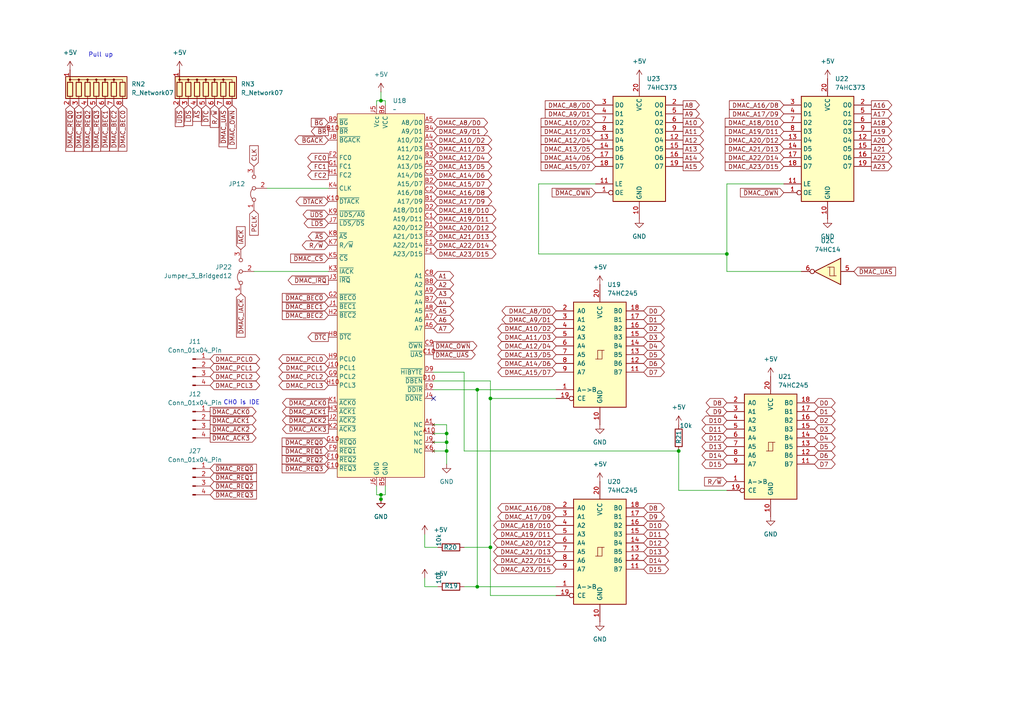
<source format=kicad_sch>
(kicad_sch (version 20250114) (generator "eeschema") (generator_version "9.0")
  (paper "A4")
  (lib_symbols
    (symbol "74xx:74HC14" (pin_names (offset 1.016))
      (property "Reference" "U" (at 0 1.27 0))
      (property "Value" "74HC14" (at 0 -1.27 0))
      (symbol "74HC14_1_0"
        (polyline (pts (xy -3.81 3.81) (xy -3.81 -3.81) (xy 3.81 0) (xy -3.81 3.81)) (stroke (width 0.254)) (fill (type background)))
        (pin input line (at -7.62 0 0) (length 3.81) (name "~") (number "1"))
        (pin output inverted (at 7.62 0 180) (length 3.81) (name "~") (number "2"))
      )
      (symbol "74HC14_1_1"
        (polyline (pts (xy -2.54 -1.27) (xy -0.635 -1.27) (xy -0.635 1.27) (xy 0 1.27)))
        (polyline (pts (xy -1.905 -1.27) (xy -1.905 1.27) (xy -0.635 1.27)))
      )
      (symbol "74HC14_2_0"
        (polyline (pts (xy -3.81 3.81) (xy -3.81 -3.81) (xy 3.81 0) (xy -3.81 3.81)) (stroke (width 0.254)) (fill (type background)))
        (pin input line (at -7.62 0 0) (length 3.81) (name "~") (number "3"))
        (pin output inverted (at 7.62 0 180) (length 3.81) (name "~") (number "4"))
      )
      (symbol "74HC14_2_1"
        (polyline (pts (xy -2.54 -1.27) (xy -0.635 -1.27) (xy -0.635 1.27) (xy 0 1.27)))
        (polyline (pts (xy -1.905 -1.27) (xy -1.905 1.27) (xy -0.635 1.27)))
      )
      (symbol "74HC14_3_0"
        (polyline (pts (xy -3.81 3.81) (xy -3.81 -3.81) (xy 3.81 0) (xy -3.81 3.81)) (stroke (width 0.254)) (fill (type background)))
        (pin input line (at -7.62 0 0) (length 3.81) (name "~") (number "5"))
        (pin output inverted (at 7.62 0 180) (length 3.81) (name "~") (number "6"))
      )
      (symbol "74HC14_3_1"
        (polyline (pts (xy -2.54 -1.27) (xy -0.635 -1.27) (xy -0.635 1.27) (xy 0 1.27)))
        (polyline (pts (xy -1.905 -1.27) (xy -1.905 1.27) (xy -0.635 1.27)))
      )
      (symbol "74HC14_4_0"
        (polyline (pts (xy -3.81 3.81) (xy -3.81 -3.81) (xy 3.81 0) (xy -3.81 3.81)) (stroke (width 0.254)) (fill (type background)))
        (pin input line (at -7.62 0 0) (length 3.81) (name "~") (number "9"))
        (pin output inverted (at 7.62 0 180) (length 3.81) (name "~") (number "8"))
      )
      (symbol "74HC14_4_1"
        (polyline (pts (xy -2.54 -1.27) (xy -0.635 -1.27) (xy -0.635 1.27) (xy 0 1.27)))
        (polyline (pts (xy -1.905 -1.27) (xy -1.905 1.27) (xy -0.635 1.27)))
      )
      (symbol "74HC14_5_0"
        (polyline (pts (xy -3.81 3.81) (xy -3.81 -3.81) (xy 3.81 0) (xy -3.81 3.81)) (stroke (width 0.254)) (fill (type background)))
        (pin input line (at -7.62 0 0) (length 3.81) (name "~") (number "11"))
        (pin output inverted (at 7.62 0 180) (length 3.81) (name "~") (number "10"))
      )
      (symbol "74HC14_5_1"
        (polyline (pts (xy -2.54 -1.27) (xy -0.635 -1.27) (xy -0.635 1.27) (xy 0 1.27)))
        (polyline (pts (xy -1.905 -1.27) (xy -1.905 1.27) (xy -0.635 1.27)))
      )
      (symbol "74HC14_6_0"
        (polyline (pts (xy -3.81 3.81) (xy -3.81 -3.81) (xy 3.81 0) (xy -3.81 3.81)) (stroke (width 0.254)) (fill (type background)))
        (pin input line (at -7.62 0 0) (length 3.81) (name "~") (number "13"))
        (pin output inverted (at 7.62 0 180) (length 3.81) (name "~") (number "12"))
      )
      (symbol "74HC14_6_1"
        (polyline (pts (xy -2.54 -1.27) (xy -0.635 -1.27) (xy -0.635 1.27) (xy 0 1.27)))
        (polyline (pts (xy -1.905 -1.27) (xy -1.905 1.27) (xy -0.635 1.27)))
      )
      (symbol "74HC14_7_0"
        (pin power_in line (at 0 12.7 270) (length 5.08) (name "VCC") (number "14"))
        (pin power_in line (at 0 -12.7 90) (length 5.08) (name "GND") (number "7"))
      )
      (symbol "74HC14_7_1"
        (rectangle (start -5.08 7.62) (end 5.08 -7.62) (stroke (width 0.254)) (fill (type background)))
      )
    )
    (symbol "74xx:74HC245" (pin_names (offset 1.016))
      (property "Reference" "U" (at -7.62 16.51 0))
      (property "Value" "74HC245" (at -7.62 -16.51 0))
      (symbol "74HC245_1_0"
        (polyline (pts (xy -1.27 -1.27) (xy 0.635 -1.27) (xy 0.635 1.27) (xy 1.27 1.27)))
        (polyline (pts (xy -0.635 -1.27) (xy -0.635 1.27) (xy 0.635 1.27)))
        (pin tri_state line (at -12.7 12.7 0) (length 5.08) (name "A0") (number "2"))
        (pin tri_state line (at -12.7 10.16 0) (length 5.08) (name "A1") (number "3"))
        (pin tri_state line (at -12.7 7.62 0) (length 5.08) (name "A2") (number "4"))
        (pin tri_state line (at -12.7 5.08 0) (length 5.08) (name "A3") (number "5"))
        (pin tri_state line (at -12.7 2.54 0) (length 5.08) (name "A4") (number "6"))
        (pin tri_state line (at -12.7 0 0) (length 5.08) (name "A5") (number "7"))
        (pin tri_state line (at -12.7 -2.54 0) (length 5.08) (name "A6") (number "8"))
        (pin tri_state line (at -12.7 -5.08 0) (length 5.08) (name "A7") (number "9"))
        (pin input line (at -12.7 -10.16 0) (length 5.08) (name "A->B") (number "1"))
        (pin input inverted (at -12.7 -12.7 0) (length 5.08) (name "CE") (number "19"))
        (pin power_in line (at 0 20.32 270) (length 5.08) (name "VCC") (number "20"))
        (pin power_in line (at 0 -20.32 90) (length 5.08) (name "GND") (number "10"))
        (pin tri_state line (at 12.7 12.7 180) (length 5.08) (name "B0") (number "18"))
        (pin tri_state line (at 12.7 10.16 180) (length 5.08) (name "B1") (number "17"))
        (pin tri_state line (at 12.7 7.62 180) (length 5.08) (name "B2") (number "16"))
        (pin tri_state line (at 12.7 5.08 180) (length 5.08) (name "B3") (number "15"))
        (pin tri_state line (at 12.7 2.54 180) (length 5.08) (name "B4") (number "14"))
        (pin tri_state line (at 12.7 0 180) (length 5.08) (name "B5") (number "13"))
        (pin tri_state line (at 12.7 -2.54 180) (length 5.08) (name "B6") (number "12"))
        (pin tri_state line (at 12.7 -5.08 180) (length 5.08) (name "B7") (number "11"))
      )
      (symbol "74HC245_1_1"
        (rectangle (start -7.62 15.24) (end 7.62 -15.24) (stroke (width 0.254)) (fill (type background)))
      )
    )
    (symbol "74xx:74HC373"
      (property "Reference" "U" (at -7.62 16.51 0))
      (property "Value" "74HC373" (at -7.62 -16.51 0))
      (symbol "74HC373_1_0"
        (pin input line (at -12.7 12.7 0) (length 5.08) (name "D0") (number "3"))
        (pin input line (at -12.7 10.16 0) (length 5.08) (name "D1") (number "4"))
        (pin input line (at -12.7 7.62 0) (length 5.08) (name "D2") (number "7"))
        (pin input line (at -12.7 5.08 0) (length 5.08) (name "D3") (number "8"))
        (pin input line (at -12.7 2.54 0) (length 5.08) (name "D4") (number "13"))
        (pin input line (at -12.7 0 0) (length 5.08) (name "D5") (number "14"))
        (pin input line (at -12.7 -2.54 0) (length 5.08) (name "D6") (number "17"))
        (pin input line (at -12.7 -5.08 0) (length 5.08) (name "D7") (number "18"))
        (pin input line (at -12.7 -10.16 0) (length 5.08) (name "LE") (number "11"))
        (pin input inverted (at -12.7 -12.7 0) (length 5.08) (name "OE") (number "1"))
        (pin power_in line (at 0 20.32 270) (length 5.08) (name "VCC") (number "20"))
        (pin power_in line (at 0 -20.32 90) (length 5.08) (name "GND") (number "10"))
        (pin tri_state line (at 12.7 12.7 180) (length 5.08) (name "O0") (number "2"))
        (pin tri_state line (at 12.7 10.16 180) (length 5.08) (name "O1") (number "5"))
        (pin tri_state line (at 12.7 7.62 180) (length 5.08) (name "O2") (number "6"))
        (pin tri_state line (at 12.7 5.08 180) (length 5.08) (name "O3") (number "9"))
        (pin tri_state line (at 12.7 2.54 180) (length 5.08) (name "O4") (number "12"))
        (pin tri_state line (at 12.7 0 180) (length 5.08) (name "O5") (number "15"))
        (pin tri_state line (at 12.7 -2.54 180) (length 5.08) (name "O6") (number "16"))
        (pin tri_state line (at 12.7 -5.08 180) (length 5.08) (name "O7") (number "19"))
      )
      (symbol "74HC373_1_1"
        (rectangle (start -7.62 15.24) (end 7.62 -15.24) (stroke (width 0.254)) (fill (type background)))
      )
    )
    (symbol "Connector:Conn_01x04_Pin" (pin_names (offset 1.016) (hide yes))
      (property "Reference" "J" (at 0 5.08 0))
      (property "Value" "Conn_01x04_Pin" (at 0 -7.62 0))
      (symbol "Conn_01x04_Pin_1_1"
        (rectangle (start 0.8636 2.667) (end 0 2.413) (stroke (width 0.1524)) (fill (type outline)))
        (rectangle (start 0.8636 0.127) (end 0 -0.127) (stroke (width 0.1524)) (fill (type outline)))
        (rectangle (start 0.8636 -2.413) (end 0 -2.667) (stroke (width 0.1524)) (fill (type outline)))
        (rectangle (start 0.8636 -4.953) (end 0 -5.207) (stroke (width 0.1524)) (fill (type outline)))
        (polyline (pts (xy 1.27 2.54) (xy 0.8636 2.54)) (stroke (width 0.1524)))
        (polyline (pts (xy 1.27 0) (xy 0.8636 0)) (stroke (width 0.1524)))
        (polyline (pts (xy 1.27 -2.54) (xy 0.8636 -2.54)) (stroke (width 0.1524)))
        (polyline (pts (xy 1.27 -5.08) (xy 0.8636 -5.08)) (stroke (width 0.1524)))
        (pin passive line (at 5.08 2.54 180) (length 3.81) (name "Pin_1") (number "1"))
        (pin passive line (at 5.08 0 180) (length 3.81) (name "Pin_2") (number "2"))
        (pin passive line (at 5.08 -2.54 180) (length 3.81) (name "Pin_3") (number "3"))
        (pin passive line (at 5.08 -5.08 180) (length 3.81) (name "Pin_4") (number "4"))
      )
    )
    (symbol "Device:R" (pin_numbers (hide yes)) (pin_names (offset 0))
      (property "Reference" "R" (at 2.032 0 90))
      (property "Value" "R" (at 0 0 90))
      (symbol "R_0_1"
        (rectangle (start -1.016 -2.54) (end 1.016 2.54) (stroke (width 0.254)))
      )
      (symbol "R_1_1"
        (pin passive line (at 0 3.81 270) (length 1.27) (name "~") (number "1"))
        (pin passive line (at 0 -3.81 90) (length 1.27) (name "~") (number "2"))
      )
    )
    (symbol "Device:R_Network07" (pin_names (offset 0) (hide yes))
      (property "Reference" "RN" (at -10.16 0 90))
      (property "Value" "R_Network07" (at 10.16 0 90))
      (symbol "R_Network07_0_1"
        (rectangle (start -8.89 -3.175) (end 8.89 3.175) (stroke (width 0.254)) (fill (type background)))
        (rectangle (start -8.382 1.524) (end -6.858 -2.54) (stroke (width 0.254)))
        (circle (center -7.62 2.286) (radius 0.254) (fill (type outline)))
        (polyline (pts (xy -7.62 1.524) (xy -7.62 2.286) (xy -5.08 2.286) (xy -5.08 1.524)))
        (polyline (pts (xy -7.62 -2.54) (xy -7.62 -3.81)))
        (rectangle (start -5.842 1.524) (end -4.318 -2.54) (stroke (width 0.254)))
        (circle (center -5.08 2.286) (radius 0.254) (fill (type outline)))
        (polyline (pts (xy -5.08 1.524) (xy -5.08 2.286) (xy -2.54 2.286) (xy -2.54 1.524)))
        (polyline (pts (xy -5.08 -2.54) (xy -5.08 -3.81)))
        (rectangle (start -3.302 1.524) (end -1.778 -2.54) (stroke (width 0.254)))
        (circle (center -2.54 2.286) (radius 0.254) (fill (type outline)))
        (polyline (pts (xy -2.54 1.524) (xy -2.54 2.286) (xy 0 2.286) (xy 0 1.524)))
        (polyline (pts (xy -2.54 -2.54) (xy -2.54 -3.81)))
        (rectangle (start -0.762 1.524) (end 0.762 -2.54) (stroke (width 0.254)))
        (circle (center 0 2.286) (radius 0.254) (fill (type outline)))
        (polyline (pts (xy 0 1.524) (xy 0 2.286) (xy 2.54 2.286) (xy 2.54 1.524)))
        (polyline (pts (xy 0 -2.54) (xy 0 -3.81)))
        (rectangle (start 1.778 1.524) (end 3.302 -2.54) (stroke (width 0.254)))
        (circle (center 2.54 2.286) (radius 0.254) (fill (type outline)))
        (polyline (pts (xy 2.54 1.524) (xy 2.54 2.286) (xy 5.08 2.286) (xy 5.08 1.524)))
        (polyline (pts (xy 2.54 -2.54) (xy 2.54 -3.81)))
        (rectangle (start 4.318 1.524) (end 5.842 -2.54) (stroke (width 0.254)))
        (circle (center 5.08 2.286) (radius 0.254) (fill (type outline)))
        (polyline (pts (xy 5.08 1.524) (xy 5.08 2.286) (xy 7.62 2.286) (xy 7.62 1.524)))
        (polyline (pts (xy 5.08 -2.54) (xy 5.08 -3.81)))
        (rectangle (start 6.858 1.524) (end 8.382 -2.54) (stroke (width 0.254)))
        (polyline (pts (xy 7.62 -2.54) (xy 7.62 -3.81)))
      )
      (symbol "R_Network07_1_1"
        (pin passive line (at -7.62 5.08 270) (length 2.54) (name "common") (number "1"))
        (pin passive line (at -7.62 -5.08 90) (length 1.27) (name "R1") (number "2"))
        (pin passive line (at -5.08 -5.08 90) (length 1.27) (name "R2") (number "3"))
        (pin passive line (at -2.54 -5.08 90) (length 1.27) (name "R3") (number "4"))
        (pin passive line (at 0 -5.08 90) (length 1.27) (name "R4") (number "5"))
        (pin passive line (at 2.54 -5.08 90) (length 1.27) (name "R5") (number "6"))
        (pin passive line (at 5.08 -5.08 90) (length 1.27) (name "R6") (number "7"))
        (pin passive line (at 7.62 -5.08 90) (length 1.27) (name "R7") (number "8"))
      )
    )
    (symbol "Jumper:Jumper_3_Bridged12" (pin_names (offset 0) (hide yes)) (in_bom no)
      (property "Reference" "JP" (at -2.54 -2.54 0))
      (property "Value" "Jumper_3_Bridged12" (at 0 2.794 0))
      (symbol "Jumper_3_Bridged12_0_0"
        (circle (center -3.302 0) (radius 0.508))
        (circle (center 0 0) (radius 0.508))
        (circle (center 3.302 0) (radius 0.508))
      )
      (symbol "Jumper_3_Bridged12_0_1"
        (arc (start -3.048 0.508) (mid -1.651 0.9912) (end -0.254 0.508))
        (polyline (pts (xy 0 -1.27) (xy 0 -0.508)))
      )
      (symbol "Jumper_3_Bridged12_1_1"
        (pin passive line (at -6.35 0 0) (length 2.54) (name "A") (number "1"))
        (pin passive line (at 0 -3.81 90) (length 2.54) (name "C") (number "2"))
        (pin passive line (at 6.35 0 180) (length 2.54) (name "B") (number "3"))
      )
    )
    (symbol "My_lib:MC68450_DMAC_PGA"
      (property "Reference" "U" (at 0 0 0))
      (symbol "MC68450_DMAC_PGA_1_1"
        (rectangle (start -12.7 -5.08) (end 12.7 -110.49) (fill (type background)))
        (pin input line (at -15.24 -7.62 0) (length 2.54) (name "~{BG}") (number "B9"))
        (pin output line (at -15.24 -10.16 0) (length 2.54) (name "~{BR}") (number "B10"))
        (pin bidirectional line (at -15.24 -12.7 0) (length 2.54) (name "~{BGACK}") (number "J8"))
        (pin tri_state line (at -15.24 -17.78 0) (length 2.54) (name "FC0") (number "F2"))
        (pin tri_state line (at -15.24 -20.32 0) (length 2.54) (name "FC1") (number "G1"))
        (pin tri_state line (at -15.24 -22.86 0) (length 2.54) (name "FC2") (number "H1"))
        (pin input line (at -15.24 -26.67 0) (length 2.54) (name "CLK") (number "K4"))
        (pin bidirectional line (at -15.24 -30.48 0) (length 2.54) (name "~{DTACK}") (number "K10"))
        (pin tri_state line (at -15.24 -34.29 0) (length 2.54) (name "~{UDS/A0}") (number "K9"))
        (pin tri_state line (at -15.24 -36.83 0) (length 2.54) (name "~{LDS/DS}") (number "J7"))
        (pin tri_state line (at -15.24 -40.64 0) (length 2.54) (name "~{AS}") (number "K8"))
        (pin tri_state line (at -15.24 -43.18 0) (length 2.54) (name "R/~{W}") (number "K7"))
        (pin input line (at -15.24 -46.99 0) (length 2.54) (name "~{CS}") (number "K5"))
        (pin input line (at -15.24 -50.8 0) (length 2.54) (name "~{IACK}") (number "K3"))
        (pin output line (at -15.24 -53.34 0) (length 2.54) (name "~{IRQ}") (number "J3"))
        (pin input line (at -15.24 -58.42 0) (length 2.54) (name "~{BEC0}") (number "G2"))
        (pin input line (at -15.24 -60.96 0) (length 2.54) (name "~{BEC1}") (number "J1"))
        (pin input line (at -15.24 -63.5 0) (length 2.54) (name "~{BEC2}") (number "H2"))
        (pin tri_state line (at -15.24 -69.85 0) (length 2.54) (name "~{DTC}") (number "H8"))
        (pin tri_state line (at -15.24 -76.2 0) (length 2.54) (name "PCL0") (number "H9"))
        (pin tri_state line (at -15.24 -78.74 0) (length 2.54) (name "PCL1") (number "J10"))
        (pin tri_state line (at -15.24 -81.28 0) (length 2.54) (name "PCL2") (number "G9"))
        (pin tri_state line (at -15.24 -83.82 0) (length 2.54) (name "PCL3") (number "H10"))
        (pin output line (at -15.24 -88.9 0) (length 2.54) (name "~{ACK0}") (number "K1"))
        (pin output line (at -15.24 -91.44 0) (length 2.54) (name "~{ACK1}") (number "H3"))
        (pin output line (at -15.24 -93.98 0) (length 2.54) (name "~{ACK2}") (number "J2"))
        (pin output line (at -15.24 -96.52 0) (length 2.54) (name "~{ACK3}") (number "K2"))
        (pin input line (at -15.24 -100.33 0) (length 2.54) (name "~{REQ0}") (number "G10"))
        (pin input line (at -15.24 -102.87 0) (length 2.54) (name "~{REQ1}") (number "F9"))
        (pin input line (at -15.24 -105.41 0) (length 2.54) (name "~{REQ2}") (number "F10"))
        (pin input line (at -15.24 -107.95 0) (length 2.54) (name "~{REQ3}") (number "E10"))
        (pin power_in line (at -1.27 -2.54 270) (length 2.54) (name "Vcc") (number "J5"))
        (pin power_in line (at -1.27 -113.03 90) (length 2.54) (name "GND") (number "J6"))
        (pin power_in line (at 1.27 -2.54 270) (length 2.54) (name "VCC") (number "B6"))
        (pin power_in line (at 1.27 -113.03 90) (length 2.54) (name "GND") (number "B5"))
        (pin tri_state line (at 15.24 -7.62 180) (length 2.54) (name "A8/D0") (number "A5"))
        (pin tri_state line (at 15.24 -10.16 180) (length 2.54) (name "A9/D1") (number "B4"))
        (pin tri_state line (at 15.24 -12.7 180) (length 2.54) (name "A10/D2") (number "A4"))
        (pin tri_state line (at 15.24 -15.24 180) (length 2.54) (name "A11/D3") (number "A3"))
        (pin tri_state line (at 15.24 -17.78 180) (length 2.54) (name "A12/D4") (number "B3"))
        (pin tri_state line (at 15.24 -20.32 180) (length 2.54) (name "A13/D5") (number "A2"))
        (pin tri_state line (at 15.24 -22.86 180) (length 2.54) (name "A14/D6") (number "C3"))
        (pin tri_state line (at 15.24 -25.4 180) (length 2.54) (name "A15/D7") (number "B2"))
        (pin tri_state line (at 15.24 -27.94 180) (length 2.54) (name "A16/D8") (number "C2"))
        (pin tri_state line (at 15.24 -30.48 180) (length 2.54) (name "A17/D9") (number "B1"))
        (pin tri_state line (at 15.24 -33.02 180) (length 2.54) (name "A18/D10") (number "D2"))
        (pin tri_state line (at 15.24 -35.56 180) (length 2.54) (name "A19/D11") (number "C1"))
        (pin tri_state line (at 15.24 -38.1 180) (length 2.54) (name "A20/D12") (number "D1"))
        (pin tri_state line (at 15.24 -40.64 180) (length 2.54) (name "A21/D13") (number "E2"))
        (pin tri_state line (at 15.24 -43.18 180) (length 2.54) (name "A22/D14") (number "E1"))
        (pin tri_state line (at 15.24 -45.72 180) (length 2.54) (name "A23/D15") (number "F1"))
        (pin tri_state line (at 15.24 -52.07 180) (length 2.54) (name "A1") (number "C8"))
        (pin tri_state line (at 15.24 -54.61 180) (length 2.54) (name "A2") (number "B8"))
        (pin tri_state line (at 15.24 -57.15 180) (length 2.54) (name "A3") (number "A9"))
        (pin tri_state line (at 15.24 -59.69 180) (length 2.54) (name "A4") (number "B7"))
        (pin tri_state line (at 15.24 -62.23 180) (length 2.54) (name "A5") (number "A8"))
        (pin tri_state line (at 15.24 -64.77 180) (length 2.54) (name "A6") (number "A7"))
        (pin tri_state line (at 15.24 -67.31 180) (length 2.54) (name "A7") (number "A6"))
        (pin output line (at 15.24 -72.39 180) (length 2.54) (name "~{OWN}") (number "C9"))
        (pin tri_state line (at 15.24 -74.93 180) (length 2.54) (name "~{UAS}") (number "C10"))
        (pin tri_state line (at 15.24 -80.01 180) (length 2.54) (name "~{HIBYTE}") (number "D9"))
        (pin tri_state line (at 15.24 -82.55 180) (length 2.54) (name "~{DBEN}") (number "D10"))
        (pin tri_state line (at 15.24 -85.09 180) (length 2.54) (name "~{DDIR}") (number "E9"))
        (pin tri_state line (at 15.24 -87.63 180) (length 2.54) (name "~{DONE}") (number "J4"))
        (pin no_connect line (at 15.24 -95.25 180) (length 2.54) (name "NC") (number "A1"))
        (pin no_connect line (at 15.24 -97.79 180) (length 2.54) (name "NC") (number "A10"))
        (pin no_connect line (at 15.24 -100.33 180) (length 2.54) (name "NC") (number "J9"))
        (pin no_connect line (at 15.24 -102.87 180) (length 2.54) (name "NC") (number "K6"))
      )
    )
    (symbol "power:+5V" (power) (pin_numbers (hide yes)) (pin_names (offset 0) (hide yes))
      (property "Value" "+5V" (at 0 3.556 0))
      (symbol "+5V_0_1"
        (polyline (pts (xy -0.762 1.27) (xy 0 2.54)))
        (polyline (pts (xy 0 2.54) (xy 0.762 1.27)))
        (polyline (pts (xy 0 0) (xy 0 2.54)))
      )
      (symbol "+5V_1_1"
        (pin power_in line (at 0 0 90) (length 0) (name "~") (number "1"))
      )
    )
    (symbol "power:GND" (power) (pin_numbers (hide yes)) (pin_names (offset 0) (hide yes))
      (property "Value" "GND" (at 0 -3.81 0))
      (symbol "GND_0_1"
        (polyline (pts (xy 0 0) (xy 0 -1.27) (xy 1.27 -1.27) (xy 0 -2.54) (xy -1.27 -1.27) (xy 0 -1.27)))
      )
      (symbol "GND_1_1"
        (pin power_in line (at 0 0 270) (length 0) (name "~") (number "1"))
      )
    )
  )
  (text "CH0 is IDE" (at 70.104 116.84 0) (effects (font (size 1.27 1.27))))
  (text "Pull up" (at 29.21 16.002 0) (effects (font (size 1.27 1.27))))
  (junction (at 129.54 125.73))
  (junction (at 196.85 130.81))
  (junction (at 138.43 113.03))
  (junction (at 129.54 130.81))
  (junction (at 110.49 29.21))
  (junction (at 210.82 73.66))
  (junction (at 110.49 143.51))
  (junction (at 110.49 144.78))
  (junction (at 138.43 170.18))
  (junction (at 142.24 158.75))
  (junction (at 142.24 115.57))
  (junction (at 129.54 128.27))
  (no_connect (at 125.73 115.57))
  (wire (pts (xy 109.22 29.21) (xy 109.22 30.48)))
  (wire (pts (xy 196.85 130.81) (xy 196.85 142.24)))
  (wire (pts (xy 142.24 172.72) (xy 142.24 158.75)))
  (wire (pts (xy 125.73 123.19) (xy 129.54 123.19)))
  (wire (pts (xy 210.82 73.66) (xy 210.82 53.34)))
  (wire (pts (xy 125.73 107.95) (xy 134.62 107.95)))
  (wire (pts (xy 156.21 53.34) (xy 156.21 73.66)))
  (wire (pts (xy 172.72 53.34) (xy 156.21 53.34)))
  (wire (pts (xy 161.29 172.72) (xy 142.24 172.72)))
  (wire (pts (xy 125.73 113.03) (xy 138.43 113.03)))
  (wire (pts (xy 129.54 125.73) (xy 129.54 128.27)))
  (wire (pts (xy 123.19 167.64) (xy 123.19 170.18)))
  (wire (pts (xy 142.24 110.49) (xy 142.24 115.57)))
  (wire (pts (xy 77.47 54.61) (xy 95.25 54.61)))
  (wire (pts (xy 73.66 78.74) (xy 95.25 78.74)))
  (wire (pts (xy 109.22 140.97) (xy 109.22 143.51)))
  (wire (pts (xy 109.22 143.51) (xy 110.49 143.51)))
  (wire (pts (xy 156.21 73.66) (xy 210.82 73.66)))
  (wire (pts (xy 125.73 128.27) (xy 129.54 128.27)))
  (wire (pts (xy 142.24 115.57) (xy 161.29 115.57)))
  (wire (pts (xy 134.62 158.75) (xy 142.24 158.75)))
  (wire (pts (xy 138.43 113.03) (xy 138.43 170.18)))
  (wire (pts (xy 123.19 154.94) (xy 123.19 158.75)))
  (wire (pts (xy 123.19 158.75) (xy 127 158.75)))
  (wire (pts (xy 111.76 30.48) (xy 111.76 29.21)))
  (wire (pts (xy 232.41 78.74) (xy 210.82 78.74)))
  (wire (pts (xy 134.62 170.18) (xy 138.43 170.18)))
  (wire (pts (xy 110.49 143.51) (xy 110.49 144.78)))
  (wire (pts (xy 125.73 125.73) (xy 129.54 125.73)))
  (wire (pts (xy 125.73 110.49) (xy 142.24 110.49)))
  (wire (pts (xy 210.82 78.74) (xy 210.82 73.66)))
  (wire (pts (xy 138.43 113.03) (xy 161.29 113.03)))
  (wire (pts (xy 110.49 26.67) (xy 110.49 29.21)))
  (wire (pts (xy 129.54 130.81) (xy 129.54 134.62)))
  (wire (pts (xy 129.54 123.19) (xy 129.54 125.73)))
  (wire (pts (xy 111.76 143.51) (xy 110.49 143.51)))
  (wire (pts (xy 210.82 53.34) (xy 227.33 53.34)))
  (wire (pts (xy 111.76 29.21) (xy 110.49 29.21)))
  (wire (pts (xy 196.85 142.24) (xy 210.82 142.24)))
  (wire (pts (xy 138.43 170.18) (xy 161.29 170.18)))
  (wire (pts (xy 125.73 130.81) (xy 129.54 130.81)))
  (wire (pts (xy 129.54 128.27) (xy 129.54 130.81)))
  (wire (pts (xy 134.62 107.95) (xy 134.62 130.81)))
  (wire (pts (xy 134.62 130.81) (xy 196.85 130.81)))
  (wire (pts (xy 110.49 29.21) (xy 109.22 29.21)))
  (wire (pts (xy 123.19 170.18) (xy 127 170.18)))
  (wire (pts (xy 111.76 140.97) (xy 111.76 143.51)))
  (wire (pts (xy 142.24 158.75) (xy 142.24 115.57)))
  (global_label "~{DMAC_UAS}" (shape output) (at 125.73 102.87 0) (property "Intersheetrefs" "${INTERSHEET_REFS}" (effects (hide yes))))
  (global_label "~{DTC}" (shape input) (at 59.69 30.48 270) (property "Intersheetrefs" "${INTERSHEET_REFS}" (effects (hide yes))))
  (global_label "D12" (shape bidirectional) (at 186.69 157.48 0) (property "Intersheetrefs" "${INTERSHEET_REFS}" (effects (hide yes))))
  (global_label "DMAC_A12{slash}D4" (shape input) (at 172.72 40.64 180) (property "Intersheetrefs" "${INTERSHEET_REFS}" (effects (hide yes))))
  (global_label "D8" (shape bidirectional) (at 210.82 116.84 180) (property "Intersheetrefs" "${INTERSHEET_REFS}" (effects (hide yes))))
  (global_label "DMAC_A18{slash}D10" (shape input) (at 227.33 35.56 180) (property "Intersheetrefs" "${INTERSHEET_REFS}" (effects (hide yes))))
  (global_label "D6" (shape bidirectional) (at 186.69 105.41 0) (property "Intersheetrefs" "${INTERSHEET_REFS}" (effects (hide yes))))
  (global_label "~{DMAC_ACK2}" (shape output) (at 95.25 121.92 180) (property "Intersheetrefs" "${INTERSHEET_REFS}" (effects (hide yes))))
  (global_label "DMAC_PCL0" (shape bidirectional) (at 60.96 104.14 0) (property "Intersheetrefs" "${INTERSHEET_REFS}" (effects (hide yes))))
  (global_label "A10" (shape output) (at 198.12 35.56 0) (property "Intersheetrefs" "${INTERSHEET_REFS}" (effects (hide yes))))
  (global_label "DMAC_A19{slash}D11" (shape bidirectional) (at 125.73 63.5 0) (property "Intersheetrefs" "${INTERSHEET_REFS}" (effects (hide yes))))
  (global_label "~{DMAC_REQ3}" (shape input) (at 60.96 143.51 0) (property "Intersheetrefs" "${INTERSHEET_REFS}" (effects (hide yes))))
  (global_label "~{DMAC_REQ2}" (shape input) (at 95.25 133.35 180) (property "Intersheetrefs" "${INTERSHEET_REFS}" (effects (hide yes))))
  (global_label "D2" (shape bidirectional) (at 186.69 95.25 0) (property "Intersheetrefs" "${INTERSHEET_REFS}" (effects (hide yes))))
  (global_label "~{DMAC_REQ3}" (shape input) (at 95.25 135.89 180) (property "Intersheetrefs" "${INTERSHEET_REFS}" (effects (hide yes))))
  (global_label "~{DMAC_IRQ}" (shape output) (at 95.25 81.28 180) (property "Intersheetrefs" "${INTERSHEET_REFS}" (effects (hide yes))))
  (global_label "D4" (shape bidirectional) (at 236.22 127 0) (property "Intersheetrefs" "${INTERSHEET_REFS}" (effects (hide yes))))
  (global_label "DMAC_A18{slash}D10" (shape bidirectional) (at 161.29 152.4 180) (property "Intersheetrefs" "${INTERSHEET_REFS}" (effects (hide yes))))
  (global_label "DMAC_A8{slash}D0" (shape bidirectional) (at 161.29 90.17 180) (property "Intersheetrefs" "${INTERSHEET_REFS}" (effects (hide yes))))
  (global_label "D10" (shape bidirectional) (at 210.82 121.92 180) (property "Intersheetrefs" "${INTERSHEET_REFS}" (effects (hide yes))))
  (global_label "A22" (shape output) (at 252.73 45.72 0) (property "Intersheetrefs" "${INTERSHEET_REFS}" (effects (hide yes))))
  (global_label "~{DMAC_BEC1}" (shape input) (at 95.25 88.9 180) (property "Intersheetrefs" "${INTERSHEET_REFS}" (effects (hide yes))))
  (global_label "A8" (shape output) (at 198.12 30.48 0) (property "Intersheetrefs" "${INTERSHEET_REFS}" (effects (hide yes))))
  (global_label "PCLK" (shape input) (at 73.66 60.96 270) (property "Intersheetrefs" "${INTERSHEET_REFS}" (effects (hide yes))))
  (global_label "~{DMAC_OWN}" (shape output) (at 125.73 100.33 0) (property "Intersheetrefs" "${INTERSHEET_REFS}" (effects (hide yes))))
  (global_label "~{BGACK}" (shape bidirectional) (at 95.25 40.64 180) (property "Intersheetrefs" "${INTERSHEET_REFS}" (effects (hide yes))))
  (global_label "DMAC_A13{slash}D5" (shape input) (at 172.72 43.18 180) (property "Intersheetrefs" "${INTERSHEET_REFS}" (effects (hide yes))))
  (global_label "DMAC_A16{slash}D8" (shape bidirectional) (at 161.29 147.32 180) (property "Intersheetrefs" "${INTERSHEET_REFS}" (effects (hide yes))))
  (global_label "~{DMAC_REQ2}" (shape input) (at 25.4 30.48 270) (property "Intersheetrefs" "${INTERSHEET_REFS}" (effects (hide yes))))
  (global_label "~{LDS}" (shape input) (at 54.61 30.48 270) (property "Intersheetrefs" "${INTERSHEET_REFS}" (effects (hide yes))))
  (global_label "DMAC_A20{slash}D12" (shape bidirectional) (at 125.73 66.04 0) (property "Intersheetrefs" "${INTERSHEET_REFS}" (effects (hide yes))))
  (global_label "DMAC_PCL0" (shape bidirectional) (at 95.25 104.14 180) (property "Intersheetrefs" "${INTERSHEET_REFS}" (effects (hide yes))))
  (global_label "~{DMAC_REQ0}" (shape input) (at 20.32 30.48 270) (property "Intersheetrefs" "${INTERSHEET_REFS}" (effects (hide yes))))
  (global_label "D13" (shape bidirectional) (at 186.69 160.02 0) (property "Intersheetrefs" "${INTERSHEET_REFS}" (effects (hide yes))))
  (global_label "DMAC_A15{slash}D7" (shape input) (at 172.72 48.26 180) (property "Intersheetrefs" "${INTERSHEET_REFS}" (effects (hide yes))))
  (global_label "DMAC_PCL1" (shape bidirectional) (at 95.25 106.68 180) (property "Intersheetrefs" "${INTERSHEET_REFS}" (effects (hide yes))))
  (global_label "DMAC_A12{slash}D4" (shape bidirectional) (at 125.73 45.72 0) (property "Intersheetrefs" "${INTERSHEET_REFS}" (effects (hide yes))))
  (global_label "FC2" (shape output) (at 95.25 50.8 180) (property "Intersheetrefs" "${INTERSHEET_REFS}" (effects (hide yes))))
  (global_label "D11" (shape bidirectional) (at 210.82 124.46 180) (property "Intersheetrefs" "${INTERSHEET_REFS}" (effects (hide yes))))
  (global_label "D1" (shape bidirectional) (at 236.22 119.38 0) (property "Intersheetrefs" "${INTERSHEET_REFS}" (effects (hide yes))))
  (global_label "D9" (shape bidirectional) (at 186.69 149.86 0) (property "Intersheetrefs" "${INTERSHEET_REFS}" (effects (hide yes))))
  (global_label "A23" (shape output) (at 252.73 48.26 0) (property "Intersheetrefs" "${INTERSHEET_REFS}" (effects (hide yes))))
  (global_label "~{UDS}" (shape bidirectional) (at 95.25 62.23 180) (property "Intersheetrefs" "${INTERSHEET_REFS}" (effects (hide yes))))
  (global_label "~{DTACK}" (shape bidirectional) (at 95.25 58.42 180) (property "Intersheetrefs" "${INTERSHEET_REFS}" (effects (hide yes))))
  (global_label "D12" (shape bidirectional) (at 210.82 127 180) (property "Intersheetrefs" "${INTERSHEET_REFS}" (effects (hide yes))))
  (global_label "DMAC_PCL3" (shape bidirectional) (at 60.96 111.76 0) (property "Intersheetrefs" "${INTERSHEET_REFS}" (effects (hide yes))))
  (global_label "D15" (shape bidirectional) (at 210.82 134.62 180) (property "Intersheetrefs" "${INTERSHEET_REFS}" (effects (hide yes))))
  (global_label "DMAC_A15{slash}D7" (shape bidirectional) (at 161.29 107.95 180) (property "Intersheetrefs" "${INTERSHEET_REFS}" (effects (hide yes))))
  (global_label "D0" (shape bidirectional) (at 236.22 116.84 0) (property "Intersheetrefs" "${INTERSHEET_REFS}" (effects (hide yes))))
  (global_label "~{LDS}" (shape bidirectional) (at 95.25 64.77 180) (property "Intersheetrefs" "${INTERSHEET_REFS}" (effects (hide yes))))
  (global_label "DMAC_A17{slash}D9" (shape bidirectional) (at 161.29 149.86 180) (property "Intersheetrefs" "${INTERSHEET_REFS}" (effects (hide yes))))
  (global_label "~{DMAC_BEC2}" (shape input) (at 95.25 91.44 180) (property "Intersheetrefs" "${INTERSHEET_REFS}" (effects (hide yes))))
  (global_label "FC1" (shape output) (at 95.25 48.26 180) (property "Intersheetrefs" "${INTERSHEET_REFS}" (effects (hide yes))))
  (global_label "D0" (shape bidirectional) (at 186.69 90.17 0) (property "Intersheetrefs" "${INTERSHEET_REFS}" (effects (hide yes))))
  (global_label "~{DMAC_ACK2}" (shape output) (at 60.96 124.46 0) (property "Intersheetrefs" "${INTERSHEET_REFS}" (effects (hide yes))))
  (global_label "DMAC_A10{slash}D2" (shape bidirectional) (at 125.73 40.64 0) (property "Intersheetrefs" "${INTERSHEET_REFS}" (effects (hide yes))))
  (global_label "DMAC_A14{slash}D6" (shape input) (at 172.72 45.72 180) (property "Intersheetrefs" "${INTERSHEET_REFS}" (effects (hide yes))))
  (global_label "R{slash}~{W}" (shape bidirectional) (at 95.25 71.12 180) (property "Intersheetrefs" "${INTERSHEET_REFS}" (effects (hide yes))))
  (global_label "A16" (shape output) (at 252.73 30.48 0) (property "Intersheetrefs" "${INTERSHEET_REFS}" (effects (hide yes))))
  (global_label "~{DMAC_REQ1}" (shape input) (at 60.96 138.43 0) (property "Intersheetrefs" "${INTERSHEET_REFS}" (effects (hide yes))))
  (global_label "~{DMAC_REQ1}" (shape input) (at 95.25 130.81 180) (property "Intersheetrefs" "${INTERSHEET_REFS}" (effects (hide yes))))
  (global_label "~{DMAC_REQ3}" (shape input) (at 27.94 30.48 270) (property "Intersheetrefs" "${INTERSHEET_REFS}" (effects (hide yes))))
  (global_label "DMAC_A16{slash}D8" (shape input) (at 227.33 30.48 180) (property "Intersheetrefs" "${INTERSHEET_REFS}" (effects (hide yes))))
  (global_label "DMAC_A21{slash}D13" (shape bidirectional) (at 161.29 160.02 180) (property "Intersheetrefs" "${INTERSHEET_REFS}" (effects (hide yes))))
  (global_label "A4" (shape bidirectional) (at 125.73 87.63 0) (property "Intersheetrefs" "${INTERSHEET_REFS}" (effects (hide yes))))
  (global_label "~{BG}" (shape input) (at 95.25 35.56 180) (property "Intersheetrefs" "${INTERSHEET_REFS}" (effects (hide yes))))
  (global_label "R{slash}~{W}" (shape input) (at 62.23 30.48 270) (property "Intersheetrefs" "${INTERSHEET_REFS}" (effects (hide yes))))
  (global_label "A11" (shape output) (at 198.12 38.1 0) (property "Intersheetrefs" "${INTERSHEET_REFS}" (effects (hide yes))))
  (global_label "~{DMAC_BEC1}" (shape input) (at 30.48 30.48 270) (property "Intersheetrefs" "${INTERSHEET_REFS}" (effects (hide yes))))
  (global_label "DMAC_A21{slash}D13" (shape input) (at 227.33 43.18 180) (property "Intersheetrefs" "${INTERSHEET_REFS}" (effects (hide yes))))
  (global_label "DMAC_A21{slash}D13" (shape bidirectional) (at 125.73 68.58 0) (property "Intersheetrefs" "${INTERSHEET_REFS}" (effects (hide yes))))
  (global_label "A18" (shape output) (at 252.73 35.56 0) (property "Intersheetrefs" "${INTERSHEET_REFS}" (effects (hide yes))))
  (global_label "A19" (shape output) (at 252.73 38.1 0) (property "Intersheetrefs" "${INTERSHEET_REFS}" (effects (hide yes))))
  (global_label "DMAC_A23{slash}D15" (shape bidirectional) (at 161.29 165.1 180) (property "Intersheetrefs" "${INTERSHEET_REFS}" (effects (hide yes))))
  (global_label "DMAC_A20{slash}D12" (shape input) (at 227.33 40.64 180) (property "Intersheetrefs" "${INTERSHEET_REFS}" (effects (hide yes))))
  (global_label "D6" (shape bidirectional) (at 236.22 132.08 0) (property "Intersheetrefs" "${INTERSHEET_REFS}" (effects (hide yes))))
  (global_label "A14" (shape output) (at 198.12 45.72 0) (property "Intersheetrefs" "${INTERSHEET_REFS}" (effects (hide yes))))
  (global_label "D7" (shape bidirectional) (at 236.22 134.62 0) (property "Intersheetrefs" "${INTERSHEET_REFS}" (effects (hide yes))))
  (global_label "~{DMAC_ACK3}" (shape output) (at 95.25 124.46 180) (property "Intersheetrefs" "${INTERSHEET_REFS}" (effects (hide yes))))
  (global_label "D11" (shape bidirectional) (at 186.69 154.94 0) (property "Intersheetrefs" "${INTERSHEET_REFS}" (effects (hide yes))))
  (global_label "~{DMAC_REQ1}" (shape input) (at 22.86 30.48 270) (property "Intersheetrefs" "${INTERSHEET_REFS}" (effects (hide yes))))
  (global_label "DMAC_A14{slash}D6" (shape bidirectional) (at 161.29 105.41 180) (property "Intersheetrefs" "${INTERSHEET_REFS}" (effects (hide yes))))
  (global_label "D1" (shape bidirectional) (at 186.69 92.71 0) (property "Intersheetrefs" "${INTERSHEET_REFS}" (effects (hide yes))))
  (global_label "A13" (shape output) (at 198.12 43.18 0) (property "Intersheetrefs" "${INTERSHEET_REFS}" (effects (hide yes))))
  (global_label "DMAC_A22{slash}D14" (shape input) (at 227.33 45.72 180) (property "Intersheetrefs" "${INTERSHEET_REFS}" (effects (hide yes))))
  (global_label "DMAC_A9{slash}D1" (shape input) (at 172.72 33.02 180) (property "Intersheetrefs" "${INTERSHEET_REFS}" (effects (hide yes))))
  (global_label "DMAC_PCL3" (shape bidirectional) (at 95.25 111.76 180) (property "Intersheetrefs" "${INTERSHEET_REFS}" (effects (hide yes))))
  (global_label "DMAC_A19{slash}D11" (shape input) (at 227.33 38.1 180) (property "Intersheetrefs" "${INTERSHEET_REFS}" (effects (hide yes))))
  (global_label "A17" (shape output) (at 252.73 33.02 0) (property "Intersheetrefs" "${INTERSHEET_REFS}" (effects (hide yes))))
  (global_label "~{DMAC_ACK1}" (shape output) (at 95.25 119.38 180) (property "Intersheetrefs" "${INTERSHEET_REFS}" (effects (hide yes))))
  (global_label "A5" (shape bidirectional) (at 125.73 90.17 0) (property "Intersheetrefs" "${INTERSHEET_REFS}" (effects (hide yes))))
  (global_label "DMAC_A11{slash}D3" (shape bidirectional) (at 125.73 43.18 0) (property "Intersheetrefs" "${INTERSHEET_REFS}" (effects (hide yes))))
  (global_label "D15" (shape bidirectional) (at 186.69 165.1 0) (property "Intersheetrefs" "${INTERSHEET_REFS}" (effects (hide yes))))
  (global_label "~{DMAC_ACK0}" (shape output) (at 60.96 119.38 0) (property "Intersheetrefs" "${INTERSHEET_REFS}" (effects (hide yes))))
  (global_label "DMAC_A10{slash}D2" (shape bidirectional) (at 161.29 95.25 180) (property "Intersheetrefs" "${INTERSHEET_REFS}" (effects (hide yes))))
  (global_label "~{DMAC_OWN}" (shape input) (at 172.72 55.88 180) (property "Intersheetrefs" "${INTERSHEET_REFS}" (effects (hide yes))))
  (global_label "FC0" (shape output) (at 95.25 45.72 180) (property "Intersheetrefs" "${INTERSHEET_REFS}" (effects (hide yes))))
  (global_label "CLK" (shape input) (at 73.66 48.26 90) (property "Intersheetrefs" "${INTERSHEET_REFS}" (effects (hide yes))))
  (global_label "D3" (shape bidirectional) (at 236.22 124.46 0) (property "Intersheetrefs" "${INTERSHEET_REFS}" (effects (hide yes))))
  (global_label "DMAC_PCL2" (shape bidirectional) (at 60.96 109.22 0) (property "Intersheetrefs" "${INTERSHEET_REFS}" (effects (hide yes))))
  (global_label "~{UDS}" (shape input) (at 52.07 30.48 270) (property "Intersheetrefs" "${INTERSHEET_REFS}" (effects (hide yes))))
  (global_label "A12" (shape output) (at 198.12 40.64 0) (property "Intersheetrefs" "${INTERSHEET_REFS}" (effects (hide yes))))
  (global_label "A1" (shape bidirectional) (at 125.73 80.01 0) (property "Intersheetrefs" "${INTERSHEET_REFS}" (effects (hide yes))))
  (global_label "D8" (shape bidirectional) (at 186.69 147.32 0) (property "Intersheetrefs" "${INTERSHEET_REFS}" (effects (hide yes))))
  (global_label "DMAC_A16{slash}D8" (shape bidirectional) (at 125.73 55.88 0) (property "Intersheetrefs" "${INTERSHEET_REFS}" (effects (hide yes))))
  (global_label "DMAC_A13{slash}D5" (shape bidirectional) (at 161.29 102.87 180) (property "Intersheetrefs" "${INTERSHEET_REFS}" (effects (hide yes))))
  (global_label "~{IACK}" (shape input) (at 69.85 72.39 90) (property "Intersheetrefs" "${INTERSHEET_REFS}" (effects (hide yes))))
  (global_label "D13" (shape bidirectional) (at 210.82 129.54 180) (property "Intersheetrefs" "${INTERSHEET_REFS}" (effects (hide yes))))
  (global_label "DMAC_A11{slash}D3" (shape bidirectional) (at 161.29 97.79 180) (property "Intersheetrefs" "${INTERSHEET_REFS}" (effects (hide yes))))
  (global_label "~{DMAC_REQ2}" (shape input) (at 60.96 140.97 0) (property "Intersheetrefs" "${INTERSHEET_REFS}" (effects (hide yes))))
  (global_label "~{DTC}" (shape output) (at 95.25 97.79 180) (property "Intersheetrefs" "${INTERSHEET_REFS}" (effects (hide yes))))
  (global_label "~{BR}" (shape output) (at 95.25 38.1 180) (property "Intersheetrefs" "${INTERSHEET_REFS}" (effects (hide yes))))
  (global_label "A20" (shape output) (at 252.73 40.64 0) (property "Intersheetrefs" "${INTERSHEET_REFS}" (effects (hide yes))))
  (global_label "DMAC_A23{slash}D15" (shape input) (at 227.33 48.26 180) (property "Intersheetrefs" "${INTERSHEET_REFS}" (effects (hide yes))))
  (global_label "D7" (shape bidirectional) (at 186.69 107.95 0) (property "Intersheetrefs" "${INTERSHEET_REFS}" (effects (hide yes))))
  (global_label "~{DMAC_BEC0}" (shape input) (at 95.25 86.36 180) (property "Intersheetrefs" "${INTERSHEET_REFS}" (effects (hide yes))))
  (global_label "A7" (shape bidirectional) (at 125.73 95.25 0) (property "Intersheetrefs" "${INTERSHEET_REFS}" (effects (hide yes))))
  (global_label "A21" (shape output) (at 252.73 43.18 0) (property "Intersheetrefs" "${INTERSHEET_REFS}" (effects (hide yes))))
  (global_label "~{DMAC_OWN}" (shape input) (at 227.33 55.88 180) (property "Intersheetrefs" "${INTERSHEET_REFS}" (effects (hide yes))))
  (global_label "~{DMAC_BEC2}" (shape input) (at 33.02 30.48 270) (property "Intersheetrefs" "${INTERSHEET_REFS}" (effects (hide yes))))
  (global_label "DMAC_PCL2" (shape bidirectional) (at 95.25 109.22 180) (property "Intersheetrefs" "${INTERSHEET_REFS}" (effects (hide yes))))
  (global_label "~{DMAC_ACK0}" (shape output) (at 95.25 116.84 180) (property "Intersheetrefs" "${INTERSHEET_REFS}" (effects (hide yes))))
  (global_label "D10" (shape bidirectional) (at 186.69 152.4 0) (property "Intersheetrefs" "${INTERSHEET_REFS}" (effects (hide yes))))
  (global_label "DMAC_A10{slash}D2" (shape input) (at 172.72 35.56 180) (property "Intersheetrefs" "${INTERSHEET_REFS}" (effects (hide yes))))
  (global_label "A2" (shape bidirectional) (at 125.73 82.55 0) (property "Intersheetrefs" "${INTERSHEET_REFS}" (effects (hide yes))))
  (global_label "DMAC_A19{slash}D11" (shape bidirectional) (at 161.29 154.94 180) (property "Intersheetrefs" "${INTERSHEET_REFS}" (effects (hide yes))))
  (global_label "D9" (shape bidirectional) (at 210.82 119.38 180) (property "Intersheetrefs" "${INTERSHEET_REFS}" (effects (hide yes))))
  (global_label "DMAC_A23{slash}D15" (shape bidirectional) (at 125.73 73.66 0) (property "Intersheetrefs" "${INTERSHEET_REFS}" (effects (hide yes))))
  (global_label "~{DMAC_UAS}" (shape input) (at 247.65 78.74 0) (property "Intersheetrefs" "${INTERSHEET_REFS}" (effects (hide yes))))
  (global_label "DMAC_A17{slash}D9" (shape input) (at 227.33 33.02 180) (property "Intersheetrefs" "${INTERSHEET_REFS}" (effects (hide yes))))
  (global_label "DMAC_A17{slash}D9" (shape bidirectional) (at 125.73 58.42 0) (property "Intersheetrefs" "${INTERSHEET_REFS}" (effects (hide yes))))
  (global_label "~{DMAC_OWN}" (shape input) (at 67.31 30.48 270) (property "Intersheetrefs" "${INTERSHEET_REFS}" (effects (hide yes))))
  (global_label "D2" (shape bidirectional) (at 236.22 121.92 0) (property "Intersheetrefs" "${INTERSHEET_REFS}" (effects (hide yes))))
  (global_label "A3" (shape bidirectional) (at 125.73 85.09 0) (property "Intersheetrefs" "${INTERSHEET_REFS}" (effects (hide yes))))
  (global_label "DMAC_A12{slash}D4" (shape bidirectional) (at 161.29 100.33 180) (property "Intersheetrefs" "${INTERSHEET_REFS}" (effects (hide yes))))
  (global_label "D4" (shape bidirectional) (at 186.69 100.33 0) (property "Intersheetrefs" "${INTERSHEET_REFS}" (effects (hide yes))))
  (global_label "~{DMAC_REQ0}" (shape input) (at 95.25 128.27 180) (property "Intersheetrefs" "${INTERSHEET_REFS}" (effects (hide yes))))
  (global_label "D14" (shape bidirectional) (at 210.82 132.08 180) (property "Intersheetrefs" "${INTERSHEET_REFS}" (effects (hide yes))))
  (global_label "DMAC_A22{slash}D14" (shape bidirectional) (at 161.29 162.56 180) (property "Intersheetrefs" "${INTERSHEET_REFS}" (effects (hide yes))))
  (global_label "~{AS}" (shape input) (at 57.15 30.48 270) (property "Intersheetrefs" "${INTERSHEET_REFS}" (effects (hide yes))))
  (global_label "D5" (shape bidirectional) (at 236.22 129.54 0) (property "Intersheetrefs" "${INTERSHEET_REFS}" (effects (hide yes))))
  (global_label "DMAC_A20{slash}D12" (shape bidirectional) (at 161.29 157.48 180) (property "Intersheetrefs" "${INTERSHEET_REFS}" (effects (hide yes))))
  (global_label "DMAC_A8{slash}D0" (shape input) (at 172.72 30.48 180) (property "Intersheetrefs" "${INTERSHEET_REFS}" (effects (hide yes))))
  (global_label "~{DMAC_BEC0}" (shape input) (at 35.56 30.48 270) (property "Intersheetrefs" "${INTERSHEET_REFS}" (effects (hide yes))))
  (global_label "DMAC_A14{slash}D6" (shape bidirectional) (at 125.73 50.8 0) (property "Intersheetrefs" "${INTERSHEET_REFS}" (effects (hide yes))))
  (global_label "DMAC_A13{slash}D5" (shape bidirectional) (at 125.73 48.26 0) (property "Intersheetrefs" "${INTERSHEET_REFS}" (effects (hide yes))))
  (global_label "DMAC_PCL1" (shape bidirectional) (at 60.96 106.68 0) (property "Intersheetrefs" "${INTERSHEET_REFS}" (effects (hide yes))))
  (global_label "DMAC_A11{slash}D3" (shape input) (at 172.72 38.1 180) (property "Intersheetrefs" "${INTERSHEET_REFS}" (effects (hide yes))))
  (global_label "A9" (shape output) (at 198.12 33.02 0) (property "Intersheetrefs" "${INTERSHEET_REFS}" (effects (hide yes))))
  (global_label "DMAC_A8{slash}D0" (shape bidirectional) (at 125.73 35.56 0) (property "Intersheetrefs" "${INTERSHEET_REFS}" (effects (hide yes))))
  (global_label "~{DMAC_IACK}" (shape input) (at 69.85 85.09 270) (property "Intersheetrefs" "${INTERSHEET_REFS}" (effects (hide yes))))
  (global_label "DMAC_A9{slash}D1" (shape bidirectional) (at 125.73 38.1 0) (property "Intersheetrefs" "${INTERSHEET_REFS}" (effects (hide yes))))
  (global_label "~{AS}" (shape bidirectional) (at 95.25 68.58 180) (property "Intersheetrefs" "${INTERSHEET_REFS}" (effects (hide yes))))
  (global_label "D14" (shape bidirectional) (at 186.69 162.56 0) (property "Intersheetrefs" "${INTERSHEET_REFS}" (effects (hide yes))))
  (global_label "R{slash}~{W}" (shape input) (at 210.82 139.7 180) (property "Intersheetrefs" "${INTERSHEET_REFS}" (effects (hide yes))))
  (global_label "DMAC_A9{slash}D1" (shape bidirectional) (at 161.29 92.71 180) (property "Intersheetrefs" "${INTERSHEET_REFS}" (effects (hide yes))))
  (global_label "DMAC_A22{slash}D14" (shape bidirectional) (at 125.73 71.12 0) (property "Intersheetrefs" "${INTERSHEET_REFS}" (effects (hide yes))))
  (global_label "A15" (shape output) (at 198.12 48.26 0) (property "Intersheetrefs" "${INTERSHEET_REFS}" (effects (hide yes))))
  (global_label "~{DMAC_CS}" (shape input) (at 95.25 74.93 180) (property "Intersheetrefs" "${INTERSHEET_REFS}" (effects (hide yes))))
  (global_label "~{DMAC_REQ0}" (shape input) (at 60.96 135.89 0) (property "Intersheetrefs" "${INTERSHEET_REFS}" (effects (hide yes))))
  (global_label "DMAC_A15{slash}D7" (shape bidirectional) (at 125.73 53.34 0) (property "Intersheetrefs" "${INTERSHEET_REFS}" (effects (hide yes))))
  (global_label "A6" (shape bidirectional) (at 125.73 92.71 0) (property "Intersheetrefs" "${INTERSHEET_REFS}" (effects (hide yes))))
  (global_label "~{DMAC_UAS}" (shape input) (at 64.77 30.48 270) (property "Intersheetrefs" "${INTERSHEET_REFS}" (effects (hide yes))))
  (global_label "D5" (shape bidirectional) (at 186.69 102.87 0) (property "Intersheetrefs" "${INTERSHEET_REFS}" (effects (hide yes))))
  (global_label "~{DMAC_ACK1}" (shape output) (at 60.96 121.92 0) (property "Intersheetrefs" "${INTERSHEET_REFS}" (effects (hide yes))))
  (global_label "D3" (shape bidirectional) (at 186.69 97.79 0) (property "Intersheetrefs" "${INTERSHEET_REFS}" (effects (hide yes))))
  (global_label "DMAC_A18{slash}D10" (shape bidirectional) (at 125.73 60.96 0) (property "Intersheetrefs" "${INTERSHEET_REFS}" (effects (hide yes))))
  (global_label "~{DMAC_ACK3}" (shape output) (at 60.96 127 0) (property "Intersheetrefs" "${INTERSHEET_REFS}" (effects (hide yes))))
  (symbol (lib_id "74xx:74HC373") (at 185.42 43.18 0) (unit 1)
    (property "Reference" "U23" (at 187.5633 22.86 0) (effects (justify left)))
    (property "Value" "74HC373" (at 187.5633 25.4 0) (effects (justify left)))
    (property "Footprint" "Package_DIP:DIP-20_W7.62mm_Socket_LongPads" (effects (hide yes)))
    (property "Datasheet" "https://www.ti.com/lit/ds/symlink/cd54hc373.pdf" (effects (hide yes)))
    (property "Description" "8-bit Latch, 3-state outputs" (effects (hide yes)))
  )
  (symbol (lib_id "74xx:74HC245") (at 223.52 129.54 0) (unit 1)
    (property "Reference" "U21" (at 225.6633 109.22 0) (effects (justify left)))
    (property "Value" "74HC245" (at 225.6633 111.76 0) (effects (justify left)))
    (property "Footprint" "Package_DIP:DIP-20_W7.62mm_Socket_LongPads" (effects (hide yes)))
    (property "Datasheet" "http://www.ti.com/lit/gpn/sn74HC245" (effects (hide yes)))
    (property "Description" "Octal BUS Transceivers, 3-State outputs" (effects (hide yes)))
  )
  (symbol (lib_id "power:+5V") (at 110.49 26.67 0) (unit 1)
    (property "Reference" "#PWR083" (effects (hide yes)))
    (property "Value" "+5V" (at 110.49 21.59 0))
    (property "Description" "Power symbol creates a global label with name \"+5V\"" (effects (hide yes)))
  )
  (symbol (lib_id "Jumper:Jumper_3_Bridged12") (at 73.66 54.61 90) (unit 1) (in_bom no)
    (property "Reference" "JP12" (at 71.12 53.3399 90) (effects (justify left)))
    (property "Value" "DMAC CLK" (effects (hide yes)))
    (property "Footprint" "Connector_PinHeader_2.54mm:PinHeader_1x03_P2.54mm_Vertical" (effects (hide yes)))
    (property "Description" "Jumper, 3-pole, pins 1+2 closed/bridged" (effects (hide yes)))
  )
  (symbol (lib_id "power:GND") (at 173.99 180.34 0) (unit 1)
    (property "Reference" "#PWR087" (effects (hide yes)))
    (property "Value" "GND" (at 173.99 185.42 0))
    (property "Description" "Power symbol creates a global label with name \"GND\" , ground" (effects (hide yes)))
  )
  (symbol (lib_id "power:+5V") (at 173.99 82.55 0) (unit 1)
    (property "Reference" "#PWR086" (effects (hide yes)))
    (property "Value" "+5V" (at 173.99 77.47 0))
    (property "Description" "Power symbol creates a global label with name \"+5V\"" (effects (hide yes)))
  )
  (symbol (lib_id "power:GND") (at 240.03 63.5 0) (unit 1)
    (property "Reference" "#PWR096" (effects (hide yes)))
    (property "Value" "GND" (at 240.03 68.58 0))
    (property "Description" "Power symbol creates a global label with name \"GND\" , ground" (effects (hide yes)))
  )
  (symbol (lib_id "Connector:Conn_01x04_Pin") (at 55.88 106.68 0) (unit 1)
    (property "Reference" "J11" (at 56.515 99.06 0))
    (property "Value" "Conn_01x04_Pin" (at 56.515 101.6 0))
    (property "Footprint" "Connector_PinHeader_2.54mm:PinHeader_1x04_P2.54mm_Vertical" (effects (hide yes)))
    (property "Description" "Generic connector, single row, 01x04, script generated" (effects (hide yes)))
  )
  (symbol (lib_id "power:GND") (at 110.49 144.78 0) (unit 1)
    (property "Reference" "#PWR082" (effects (hide yes)))
    (property "Value" "GND" (at 110.49 149.86 0))
    (property "Description" "Power symbol creates a global label with name \"GND\" , ground" (effects (hide yes)))
  )
  (symbol (lib_id "74xx:74HC14") (at 240.03 78.74 0) (mirror y) (unit 3)
    (property "Reference" "U2" (at 240.03 69.85 0))
    (property "Value" "74HC14" (at 240.03 72.39 0))
    (property "Footprint" "Package_DIP:DIP-14_W7.62mm_Socket_LongPads" (effects (hide yes)))
    (property "Datasheet" "http://www.ti.com/lit/gpn/sn74HC14" (effects (hide yes)))
    (property "Description" "Hex inverter schmitt trigger" (effects (hide yes)))
  )
  (symbol (lib_id "Jumper:Jumper_3_Bridged12") (at 69.85 78.74 90) (unit 1) (in_bom no)
    (property "Reference" "JP22" (at 67.31 77.4699 90) (effects (justify left)))
    (property "Value" "Jumper_3_Bridged12" (at 67.31 80.0099 90) (effects (justify left)))
    (property "Footprint" "Connector_PinHeader_2.54mm:PinHeader_1x03_P2.54mm_Vertical" (effects (hide yes)))
    (property "Description" "Jumper, 3-pole, pins 1+2 closed/bridged" (effects (hide yes)))
  )
  (symbol (lib_id "power:+5V") (at 196.85 123.19 0) (unit 1)
    (property "Reference" "#PWR092" (effects (hide yes)))
    (property "Value" "+5V" (at 196.85 118.11 0))
    (property "Description" "Power symbol creates a global label with name \"+5V\"" (effects (hide yes)))
  )
  (symbol (lib_id "Device:R") (at 196.85 127 180) (unit 1)
    (property "Reference" "R21" (at 196.85 128.778 90) (effects (justify right)))
    (property "Value" "10k" (at 197.104 123.444 0) (effects (justify right)))
    (property "Footprint" "Resistor_THT:R_Axial_DIN0207_L6.3mm_D2.5mm_P10.16mm_Horizontal" (effects (hide yes)))
    (property "Description" "Resistor" (effects (hide yes)))
  )
  (symbol (lib_id "power:+5V") (at 52.07 20.32 0) (unit 1)
    (property "Reference" "#PWR0105" (effects (hide yes)))
    (property "Value" "+5V" (at 52.07 15.24 0))
    (property "Description" "Power symbol creates a global label with name \"+5V\"" (effects (hide yes)))
  )
  (symbol (lib_id "power:+5V") (at 123.19 167.64 0) (unit 1)
    (property "Reference" "#PWR090" (effects (hide yes)))
    (property "Value" "+5V" (at 125.73 166.3699 0) (effects (justify left)))
    (property "Description" "Power symbol creates a global label with name \"+5V\"" (effects (hide yes)))
  )
  (symbol (lib_id "74xx:74HC373") (at 240.03 43.18 0) (unit 1)
    (property "Reference" "U22" (at 242.1733 22.86 0) (effects (justify left)))
    (property "Value" "74HC373" (at 242.1733 25.4 0) (effects (justify left)))
    (property "Footprint" "Package_DIP:DIP-20_W7.62mm_Socket_LongPads" (effects (hide yes)))
    (property "Datasheet" "https://www.ti.com/lit/ds/symlink/cd54hc373.pdf" (effects (hide yes)))
    (property "Description" "8-bit Latch, 3-state outputs" (effects (hide yes)))
  )
  (symbol (lib_id "Device:R") (at 130.81 170.18 270) (unit 1)
    (property "Reference" "R19" (at 132.842 169.926 90) (effects (justify right)))
    (property "Value" "10k" (at 127.254 169.418 0) (effects (justify right)))
    (property "Footprint" "Resistor_THT:R_Axial_DIN0207_L6.3mm_D2.5mm_P10.16mm_Horizontal" (effects (hide yes)))
    (property "Description" "Resistor" (effects (hide yes)))
  )
  (symbol (lib_id "Device:R") (at 130.81 158.75 270) (unit 1)
    (property "Reference" "R20" (at 132.588 158.75 90) (effects (justify right)))
    (property "Value" "10k" (at 127.254 158.496 0) (effects (justify right)))
    (property "Footprint" "Resistor_THT:R_Axial_DIN0207_L6.3mm_D2.5mm_P10.16mm_Horizontal" (effects (hide yes)))
    (property "Description" "Resistor" (effects (hide yes)))
  )
  (symbol (lib_id "power:+5V") (at 123.19 154.94 0) (unit 1)
    (property "Reference" "#PWR091" (effects (hide yes)))
    (property "Value" "+5V" (at 125.73 153.6699 0) (effects (justify left)))
    (property "Description" "Power symbol creates a global label with name \"+5V\"" (effects (hide yes)))
  )
  (symbol (lib_id "power:GND") (at 185.42 63.5 0) (unit 1)
    (property "Reference" "#PWR094" (effects (hide yes)))
    (property "Value" "GND" (at 185.42 68.58 0))
    (property "Description" "Power symbol creates a global label with name \"GND\" , ground" (effects (hide yes)))
  )
  (symbol (lib_id "power:+5V") (at 20.32 20.32 0) (unit 1)
    (property "Reference" "#PWR0104" (effects (hide yes)))
    (property "Value" "+5V" (at 20.32 15.24 0))
    (property "Description" "Power symbol creates a global label with name \"+5V\"" (effects (hide yes)))
  )
  (symbol (lib_id "Device:R_Network07") (at 27.94 25.4 0) (unit 1)
    (property "Reference" "RN2" (at 38.1 24.3839 0) (effects (justify left)))
    (property "Value" "R_Network07" (at 38.1 26.9239 0) (effects (justify left)))
    (property "Footprint" "Resistor_THT:R_Array_SIP8" (effects (hide yes)))
    (property "Datasheet" "http://www.vishay.com/docs/31509/csc.pdf" (effects (hide yes)))
    (property "Description" "7 resistor network, star topology, bussed resistors, small symbol" (effects (hide yes)))
  )
  (symbol (lib_id "power:+5V") (at 223.52 109.22 0) (unit 1)
    (property "Reference" "#PWR088" (effects (hide yes)))
    (property "Value" "+5V" (at 223.52 104.14 0))
    (property "Description" "Power symbol creates a global label with name \"+5V\"" (effects (hide yes)))
  )
  (symbol (lib_id "74xx:74HC245") (at 173.99 160.02 0) (unit 1)
    (property "Reference" "U20" (at 176.1333 139.7 0) (effects (justify left)))
    (property "Value" "74HC245" (at 176.1333 142.24 0) (effects (justify left)))
    (property "Footprint" "Package_DIP:DIP-20_W7.62mm_Socket_LongPads" (effects (hide yes)))
    (property "Datasheet" "http://www.ti.com/lit/gpn/sn74HC245" (effects (hide yes)))
    (property "Description" "Octal BUS Transceivers, 3-State outputs" (effects (hide yes)))
  )
  (symbol (lib_id "My_lib:MC68450_DMAC_PGA") (at 110.49 27.94 0) (unit 1)
    (property "Reference" "U18" (at 113.9033 29.21 0) (effects (justify left)))
    (property "Value" "~" (at 113.9033 31.75 0) (effects (justify left)))
    (property "Footprint" "MyFootprintLib:68 pin PGA socket 5108306810061101" (effects (hide yes)))
  )
  (symbol (lib_id "Connector:Conn_01x04_Pin") (at 55.88 121.92 0) (unit 1)
    (property "Reference" "J12" (at 56.515 114.3 0))
    (property "Value" "Conn_01x04_Pin" (at 56.515 116.84 0))
    (property "Footprint" "Connector_PinHeader_2.54mm:PinHeader_1x04_P2.54mm_Vertical" (effects (hide yes)))
    (property "Description" "Generic connector, single row, 01x04, script generated" (effects (hide yes)))
  )
  (symbol (lib_id "74xx:74HC245") (at 173.99 102.87 0) (unit 1)
    (property "Reference" "U19" (at 176.1333 82.55 0) (effects (justify left)))
    (property "Value" "74HC245" (at 176.1333 85.09 0) (effects (justify left)))
    (property "Footprint" "Package_DIP:DIP-20_W7.62mm_Socket_LongPads" (effects (hide yes)))
    (property "Datasheet" "http://www.ti.com/lit/gpn/sn74HC245" (effects (hide yes)))
    (property "Description" "Octal BUS Transceivers, 3-State outputs" (effects (hide yes)))
  )
  (symbol (lib_id "power:+5V") (at 185.42 22.86 0) (unit 1)
    (property "Reference" "#PWR093" (effects (hide yes)))
    (property "Value" "+5V" (at 185.42 17.78 0))
    (property "Description" "Power symbol creates a global label with name \"+5V\"" (effects (hide yes)))
  )
  (symbol (lib_id "power:GND") (at 223.52 149.86 0) (unit 1)
    (property "Reference" "#PWR089" (effects (hide yes)))
    (property "Value" "GND" (at 223.52 154.94 0))
    (property "Description" "Power symbol creates a global label with name \"GND\" , ground" (effects (hide yes)))
  )
  (symbol (lib_id "Connector:Conn_01x04_Pin") (at 55.88 138.43 0) (unit 1)
    (property "Reference" "J27" (at 56.515 130.81 0))
    (property "Value" "Conn_01x04_Pin" (at 56.515 133.35 0))
    (property "Footprint" "Connector_PinHeader_2.54mm:PinHeader_1x04_P2.54mm_Vertical" (effects (hide yes)))
    (property "Description" "Generic connector, single row, 01x04, script generated" (effects (hide yes)))
  )
  (symbol (lib_id "power:+5V") (at 240.03 22.86 0) (unit 1)
    (property "Reference" "#PWR095" (effects (hide yes)))
    (property "Value" "+5V" (at 240.03 17.78 0))
    (property "Description" "Power symbol creates a global label with name \"+5V\"" (effects (hide yes)))
  )
  (symbol (lib_id "power:GND") (at 129.54 134.62 0) (unit 1)
    (property "Reference" "#PWR036" (effects (hide yes)))
    (property "Value" "GND" (at 129.54 139.7 0))
    (property "Description" "Power symbol creates a global label with name \"GND\" , ground" (effects (hide yes)))
  )
  (symbol (lib_id "power:GND") (at 110.49 144.78 0) (unit 1)
    (property "Reference" "#PWR081" (effects (hide yes)))
    (property "Value" "GND" (at 110.49 149.86 0))
    (property "Description" "Power symbol creates a global label with name \"GND\" , ground" (effects (hide yes)))
  )
  (symbol (lib_id "power:GND") (at 173.99 123.19 0) (unit 1)
    (property "Reference" "#PWR084" (effects (hide yes)))
    (property "Value" "GND" (at 173.99 128.27 0))
    (property "Description" "Power symbol creates a global label with name \"GND\" , ground" (effects (hide yes)))
  )
  (symbol (lib_id "Device:R_Network07") (at 59.69 25.4 0) (unit 1)
    (property "Reference" "RN3" (at 69.85 24.3839 0) (effects (justify left)))
    (property "Value" "R_Network07" (at 69.85 26.9239 0) (effects (justify left)))
    (property "Footprint" "Resistor_THT:R_Array_SIP8" (effects (hide yes)))
    (property "Datasheet" "http://www.vishay.com/docs/31509/csc.pdf" (effects (hide yes)))
    (property "Description" "7 resistor network, star topology, bussed resistors, small symbol" (effects (hide yes)))
  )
  (symbol (lib_id "power:+5V") (at 173.99 139.7 0) (unit 1)
    (property "Reference" "#PWR085" (effects (hide yes)))
    (property "Value" "+5V" (at 173.99 134.62 0))
    (property "Description" "Power symbol creates a global label with name \"+5V\"" (effects (hide yes)))
  )
)
</source>
